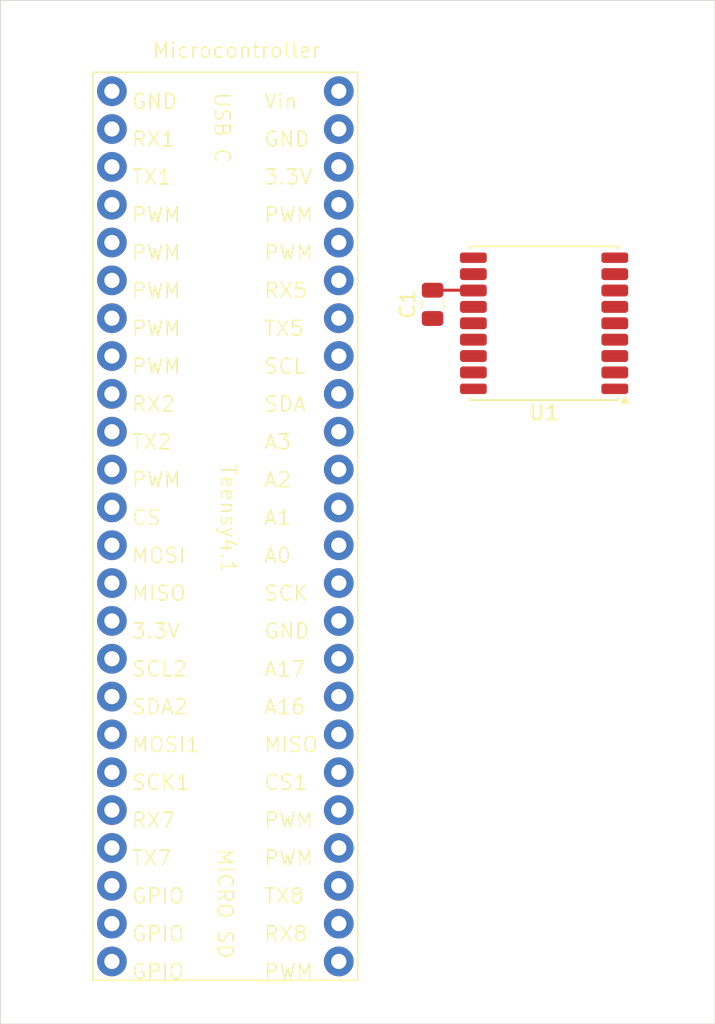
<source format=kicad_pcb>
(kicad_pcb (version 20241229) (generator "pcbnew") (generator_version "9.0")
  (layers (0 "F.Cu" signal) (2 "B.Cu" signal) (13 "F.Paste" user) (15 "B.Paste" user) (5 "F.SilkS" user "F.Silkscreen") (7 "B.SilkS" user "B.Silkscreen") (1 "F.Mask" user) (3 "B.Mask" user) (25 "Edge.Cuts" user))
  (net 0 "")
  (net 1 "+3.3V")
  (net 2 "GND")
  (net 22 "SCL")
  (net 39 "SDA")
  (net 48 "Net-(AE1-A)")
  (footprint "RF_GPS:ublox_MAX" (layer "F.Cu") (at 141.554 90.637 180)
    (property "Reference" "U1" (at 0 -6 0) (layer "F.SilkS"))
    (property "Value" "MAX-M10S")
    (fp_line (start 4.96 5.01) (end 4.96 5.16) (stroke (width 0.12)) (layer "F.SilkS"))
    (fp_line (start 4.96 -5.16) (end 4.96 -5.01) (stroke (width 0.12)) (layer "F.SilkS"))
    (fp_line (start -4.96 5.16) (end 4.96 5.16) (stroke (width 0.12)) (layer "F.SilkS"))
    (fp_line (start -4.96 5.01) (end -4.96 5.16) (stroke (width 0.12)) (layer "F.SilkS"))
    (fp_line (start -4.96 -5.16) (end 4.96 -5.16) (stroke (width 0.12)) (layer "F.SilkS"))
    (fp_line (start -4.96 -5.16) (end -4.96 -5.01) (stroke (width 0.12)) (layer "F.SilkS"))
    (fp_poly (pts (xy -5.43 -5.01) (xy -5.67 -5.34) (xy -5.19 -5.34) (xy -5.43 -5.01)) (stroke (width 0.12)) (fill yes) (layer "F.SilkS"))
    (pad "1" smd roundrect (at -4.75 -4.4 180) (size 1.8 0.7) (layers "F.Cu" "F.Mask" "F.Paste") (net 2 "GND"))
    (pad "2" smd roundrect (at -4.75 -3.3 180) (size 1.8 0.8) (layers "F.Cu" "F.Mask" "F.Paste"))
    (pad "3" smd roundrect (at -4.75 -2.2 180) (size 1.8 0.8) (layers "F.Cu" "F.Mask" "F.Paste"))
    (pad "4" smd roundrect (at -4.75 -1.1 180) (size 1.8 0.8) (layers "F.Cu" "F.Mask" "F.Paste"))
    (pad "5" smd roundrect (at -4.75 0 180) (size 1.8 0.8) (layers "F.Cu" "F.Mask" "F.Paste"))
    (pad "6" smd roundrect (at -4.75 1.1 180) (size 1.8 0.8) (layers "F.Cu" "F.Mask" "F.Paste"))
    (pad "7" smd roundrect (at -4.75 2.2 180) (size 1.8 0.8) (layers "F.Cu" "F.Mask" "F.Paste") (net 1 "+3.3V"))
    (pad "8" smd roundrect (at -4.75 3.3 180) (size 1.8 0.8) (layers "F.Cu" "F.Mask" "F.Paste") (net 1 "+3.3V"))
    (pad "9" smd roundrect (at -4.75 4.4 180) (size 1.8 0.7) (layers "F.Cu" "F.Mask" "F.Paste"))
    (pad "10" smd roundrect (at 4.75 4.4 180) (size 1.8 0.7) (layers "F.Cu" "F.Mask" "F.Paste") (net 2 "GND"))
    (pad "11" smd roundrect (at 4.75 3.3 180) (size 1.8 0.8) (layers "F.Cu" "F.Mask" "F.Paste") (net 48 "Net-(AE1-A)"))
    (pad "12" smd roundrect (at 4.75 2.2 180) (size 1.8 0.8) (layers "F.Cu" "F.Mask" "F.Paste") (net 2 "GND"))
    (pad "13" smd roundrect (at 4.75 1.1 180) (size 1.8 0.8) (layers "F.Cu" "F.Mask" "F.Paste"))
    (pad "14" smd roundrect (at 4.75 0 180) (size 1.8 0.8) (layers "F.Cu" "F.Mask" "F.Paste"))
    (pad "15" smd roundrect (at 4.75 -1.1 180) (size 1.8 0.8) (layers "F.Cu" "F.Mask" "F.Paste"))
    (pad "16" smd roundrect (at 4.75 -2.2 180) (size 1.8 0.8) (layers "F.Cu" "F.Mask" "F.Paste") (net 39 "SDA"))
    (pad "17" smd roundrect (at 4.75 -3.3 180) (size 1.8 0.8) (layers "F.Cu" "F.Mask" "F.Paste") (net 22 "SCL"))
    (pad "18" smd roundrect (at 4.75 -4.4 180) (size 1.8 0.7) (layers "F.Cu" "F.Mask" "F.Paste"))
  )
  (footprint "my_footprint_library:teensy" (layer "F.Cu") (at 120.142 104.267)
    (property "Reference" "Teensy4.1" (at 0.2 -0.5 270) (layer "F.SilkS") (effects (font (thickness 0.1))))
    (property "Value" "~")
    (fp_line (start -8.89 -1.27) (end -8.89 -30.48) (stroke (width 0.1)) (layer "F.SilkS"))
    (fp_line (start -8.89 -1.27) (end -8.89 0) (stroke (width 0.1)) (layer "F.SilkS"))
    (fp_line (start -8.89 0) (end -8.89 30.48) (stroke (width 0.1)) (layer "F.SilkS"))
    (fp_line (start -8.89 30.48) (end 8.89 30.48) (stroke (width 0.1)) (layer "F.SilkS"))
    (fp_line (start 8.89 -30.48) (end -8.89 -30.48) (stroke (width 0.1)) (layer "F.SilkS"))
    (fp_line (start 8.89 -30.48) (end 8.89 -2.54) (stroke (width 0.1)) (layer "F.SilkS"))
    (fp_line (start 8.89 30.48) (end 8.89 -2.54) (stroke (width 0.1)) (layer "F.SilkS"))
    (fp_text user "GND" (at 2.54 7.62 0) (layer "F.SilkS") (effects (font (thickness 0.1)) (justify left bottom)))
    (fp_text user "A1" (at 2.54 0 0) (layer "F.SilkS") (effects (font (thickness 0.1)) (justify left bottom)))
    (fp_text user "A0" (at 2.54 2.54 0) (layer "F.SilkS") (effects (font (thickness 0.1)) (justify left bottom)))
    (fp_text user "A2" (at 2.54 -2.54 0) (layer "F.SilkS") (effects (font (thickness 0.1)) (justify left bottom)))
    (fp_text user "SCK1" (at -6.35 17.78 0) (layer "F.SilkS") (effects (font (thickness 0.1)) (justify left bottom)))
    (fp_text user "PWM" (at -6.35 -2.54 0) (layer "F.SilkS") (effects (font (thickness 0.1)) (justify left bottom)))
    (fp_text user "RX8" (at 2.54 27.94 0) (layer "F.SilkS") (effects (font (thickness 0.1)) (justify left bottom)))
    (fp_text user "GPIO" (at -6.35 27.94 0) (layer "F.SilkS") (effects (font (thickness 0.1)) (justify left bottom)))
    (fp_text user "PWM" (at 2.54 -20.32 0) (layer "F.SilkS") (effects (font (thickness 0.1)) (justify left bottom)))
    (fp_text user "SCL" (at 2.54 -10.16 0) (layer "F.SilkS") (effects (font (thickness 0.1)) (justify left bottom)))
    (fp_text user "MISO" (at 2.54 15.24 0) (layer "F.SilkS") (effects (font (thickness 0.1)) (justify left bottom)))
    (fp_text user "TX2" (at -6.35 -5.08 0) (layer "F.SilkS") (effects (font (thickness 0.1)) (justify left bottom)))
    (fp_text user "A17" (at 2.54 10.16 0) (layer "F.SilkS") (effects (font (thickness 0.1)) (justify left bottom)))
    (fp_text user "MISO" (at -6.35 5.08 0) (layer "F.SilkS") (effects (font (thickness 0.1)) (justify left bottom)))
    (fp_text user "PWM" (at 2.54 30.48 0) (layer "F.SilkS") (effects (font (thickness 0.1)) (justify left bottom)))
    (fp_text user "PWM" (at -6.35 -10.16 0) (layer "F.SilkS") (effects (font (thickness 0.1)) (justify left bottom)))
    (fp_text user "MOSI" (at -6.35 2.54 0) (layer "F.SilkS") (effects (font (thickness 0.1)) (justify left bottom)))
    (fp_text user "TX5" (at 2.54 -12.7 0) (layer "F.SilkS") (effects (font (thickness 0.1)) (justify left bottom)))
    (fp_text user "PWM" (at 2.54 22.86 0) (layer "F.SilkS") (effects (font (thickness 0.1)) (justify left bottom)))
    (fp_text user "GPIO" (at -6.35 30.48 0) (layer "F.SilkS") (effects (font (thickness 0.1)) (justify left bottom)))
    (fp_text user "PWM" (at 2.54 -17.78 0) (layer "F.SilkS") (effects (font (thickness 0.1)) (justify left bottom)))
    (fp_text user "TX8" (at 2.54 25.4 0) (layer "F.SilkS") (effects (font (thickness 0.1)) (justify left bottom)))
    (fp_text user "RX2" (at -6.35 -7.62 0) (layer "F.SilkS") (effects (font (thickness 0.1)) (justify left bottom)))
    (fp_text user "SDA" (at 2.54 -7.62 0) (layer "F.SilkS") (effects (font (thickness 0.1)) (justify left bottom)))
    (fp_text user "PWM" (at -6.35 -12.7 0) (layer "F.SilkS") (effects (font (thickness 0.1)) (justify left bottom)))
    (fp_text user "USB C" (at -0.8 -29.2 270) (layer "F.SilkS") (effects (font (thickness 0.1)) (justify left bottom)))
    (fp_text user "TX1" (at -6.35 -22.86 0) (layer "F.SilkS") (effects (font (thickness 0.1)) (justify left bottom)))
    (fp_text user "RX1" (at -6.35 -25.4 0) (layer "F.SilkS") (effects (font (thickness 0.1)) (justify left bottom)))
    (fp_text user "MICRO SD" (at -0.6 21.59 270) (layer "F.SilkS") (effects (font (thickness 0.1)) (justify left bottom)))
    (fp_text user "CS" (at -6.35 0 0) (layer "F.SilkS") (effects (font (thickness 0.1)) (justify left bottom)))
    (fp_text user "PWM" (at -6.35 -15.24 0) (layer "F.SilkS") (effects (font (thickness 0.1)) (justify left bottom)))
    (fp_text user "PWM" (at -6.35 -17.78 0) (layer "F.SilkS") (effects (font (thickness 0.1)) (justify left bottom)))
    (fp_text user "3.3V" (at -6.35 7.62 0) (layer "F.SilkS") (effects (font (thickness 0.1)) (justify left bottom)))
    (fp_text user "CS1" (at 2.54 17.78 0) (layer "F.SilkS") (effects (font (thickness 0.1)) (justify left bottom)))
    (fp_text user "SCK" (at 2.54 5.08 0) (layer "F.SilkS") (effects (font (thickness 0.1)) (justify left bottom)))
    (fp_text user "TX7" (at -6.35 22.86 0) (layer "F.SilkS") (effects (font (thickness 0.1)) (justify left bottom)))
    (fp_text user "A3" (at 2.54 -5.08 0) (layer "F.SilkS") (effects (font (thickness 0.1)) (justify left bottom)))
    (fp_text user "SCL2" (at -6.35 10.16 0) (layer "F.SilkS") (effects (font (thickness 0.1)) (justify left bottom)))
    (fp_text user "3.3V" (at 2.54 -22.86 0) (layer "F.SilkS") (effects (font (thickness 0.1)) (justify left bottom)))
    (fp_text user "MOSI1" (at -6.35 15.24 0) (layer "F.SilkS") (effects (font (thickness 0.1)) (justify left bottom)))
    (fp_text user "RX7" (at -6.35 20.32 0) (layer "F.SilkS") (effects (font (thickness 0.1)) (justify left bottom)))
    (fp_text user "GPIO" (at -6.35 25.4 0) (layer "F.SilkS") (effects (font (thickness 0.1)) (justify left bottom)))
    (fp_text user "PWM" (at 2.54 20.32 0) (layer "F.SilkS") (effects (font (thickness 0.1)) (justify left bottom)))
    (fp_text user "A16" (at 2.54 12.7 0) (layer "F.SilkS") (effects (font (thickness 0.1)) (justify left bottom)))
    (fp_text user "GND" (at 2.54 -25.4 0) (layer "F.SilkS") (effects (font (thickness 0.1)) (justify left bottom)))
    (fp_text user "RX5" (at 2.54 -15.24 0) (layer "F.SilkS") (effects (font (thickness 0.1)) (justify left bottom)))
    (fp_text user "PWM" (at -6.35 -20.32 0) (layer "F.SilkS") (effects (font (thickness 0.1)) (justify left bottom)))
    (fp_text user "GND" (at -6.35 -27.94 0) (layer "F.SilkS") (effects (font (thickness 0.1)) (justify left bottom)))
    (fp_text user "SDA2" (at -6.35 12.7 0) (layer "F.SilkS") (effects (font (thickness 0.1)) (justify left bottom)))
    (fp_text user "Vin" (at 2.54 -27.94 0) (layer "F.SilkS") (effects (font (thickness 0.1)) (justify left bottom)))
    (pad "0" thru_hole circle (at -7.62 -26.67) (size 2 2) (drill 1.02) (layers "*.Cu" "*.Mask"))
    (pad "1" thru_hole circle (at -7.62 -24.13) (size 2 2) (drill 1.02) (layers "*.Cu" "*.Mask"))
    (pad "2" thru_hole circle (at -7.62 -21.59) (size 2 2) (drill 1.02) (layers "*.Cu" "*.Mask"))
    (pad "3" thru_hole circle (at -7.62 -19.05) (size 2 2) (drill 1.02) (layers "*.Cu" "*.Mask"))
    (pad "3V" thru_hole circle (at -7.62 6.35) (size 2 2) (drill 1.02) (layers "*.Cu" "*.Mask"))
    (pad "3V1" thru_hole circle (at 7.62 -24.13) (size 2 2) (drill 1.02) (layers "*.Cu" "*.Mask") (net 1 "+3.3V"))
    (pad "4" thru_hole circle (at -7.62 -16.51) (size 2 2) (drill 1.02) (layers "*.Cu" "*.Mask"))
    (pad "5" thru_hole circle (at -7.62 -13.97) (size 2 2) (drill 1.02) (layers "*.Cu" "*.Mask"))
    (pad "5V" thru_hole circle (at 7.62 -29.21) (size 2 2) (drill 1.02) (layers "*.Cu" "*.Mask") (net 1 "+3.3V"))
    (pad "6" thru_hole circle (at -7.62 -11.43) (size 2 2) (drill 1.02) (layers "*.Cu" "*.Mask"))
    (pad "7" thru_hole circle (at -7.62 -8.89) (size 2 2) (drill 1.02) (layers "*.Cu" "*.Mask"))
    (pad "8" thru_hole circle (at -7.62 -6.35) (size 2 2) (drill 1.02) (layers "*.Cu" "*.Mask"))
    (pad "9" thru_hole circle (at -7.62 -3.81) (size 2 2) (drill 1.02) (layers "*.Cu" "*.Mask"))
    (pad "10" thru_hole circle (at -7.62 -1.27) (size 2 2) (drill 1.02) (layers "*.Cu" "*.Mask"))
    (pad "11" thru_hole circle (at -7.62 1.27) (size 2 2) (drill 1.02) (layers "*.Cu" "*.Mask"))
    (pad "12" thru_hole circle (at -7.62 3.81) (size 2 2) (drill 1.02) (layers "*.Cu" "*.Mask"))
    (pad "13" thru_hole circle (at 7.62 3.81) (size 2 2) (drill 1.02) (layers "*.Cu" "*.Mask"))
    (pad "14" thru_hole circle (at 7.62 1.27) (size 2 2) (drill 1.02) (layers "*.Cu" "*.Mask"))
    (pad "15" thru_hole circle (at 7.62 -1.27) (size 2 2) (drill 1.02) (layers "*.Cu" "*.Mask"))
    (pad "16" thru_hole circle (at 7.62 -3.81) (size 2 2) (drill 1.02) (layers "*.Cu" "*.Mask"))
    (pad "17" thru_hole circle (at 7.62 -6.35) (size 2 2) (drill 1.02) (layers "*.Cu" "*.Mask"))
    (pad "18" thru_hole circle (at 7.62 -8.89) (size 2 2) (drill 1.02) (layers "*.Cu" "*.Mask") (net 39 "SDA"))
    (pad "19" thru_hole circle (at 7.62 -11.43) (size 2 2) (drill 1.02) (layers "*.Cu" "*.Mask") (net 22 "SCL"))
    (pad "20" thru_hole circle (at 7.62 -13.97) (size 2 2) (drill 1.02) (layers "*.Cu" "*.Mask"))
    (pad "21" thru_hole circle (at 7.62 -16.51) (size 2 2) (drill 1.02) (layers "*.Cu" "*.Mask"))
    (pad "22" thru_hole circle (at 7.62 -19.05) (size 2 2) (drill 1.02) (layers "*.Cu" "*.Mask"))
    (pad "23" thru_hole circle (at 7.62 -21.59) (size 2 2) (drill 1.02) (layers "*.Cu" "*.Mask"))
    (pad "24" thru_hole circle (at -7.62 8.89) (size 2 2) (drill 1.02) (layers "*.Cu" "*.Mask"))
    (pad "25" thru_hole circle (at -7.62 11.43) (size 2 2) (drill 1.02) (layers "*.Cu" "*.Mask"))
    (pad "26" thru_hole circle (at -7.62 13.97) (size 2 2) (drill 1.02) (layers "*.Cu" "*.Mask"))
    (pad "27" thru_hole circle (at -7.62 16.51) (size 2 2) (drill 1.02) (layers "*.Cu" "*.Mask"))
    (pad "28" thru_hole circle (at -7.62 19.05) (size 2 2) (drill 1.02) (layers "*.Cu" "*.Mask"))
    (pad "29" thru_hole circle (at -7.62 21.59) (size 2 2) (drill 1.02) (layers "*.Cu" "*.Mask"))
    (pad "30" thru_hole circle (at -7.62 24.13) (size 2 2) (drill 1.02) (layers "*.Cu" "*.Mask"))
    (pad "31" thru_hole circle (at -7.62 26.67) (size 2 2) (drill 1.02) (layers "*.Cu" "*.Mask"))
    (pad "32" thru_hole circle (at -7.62 29.21) (size 2 2) (drill 1.02) (layers "*.Cu" "*.Mask"))
    (pad "33" thru_hole circle (at 7.62 29.21) (size 2 2) (drill 1.02) (layers "*.Cu" "*.Mask"))
    (pad "34" thru_hole circle (at 7.62 26.67) (size 2 2) (drill 1.02) (layers "*.Cu" "*.Mask"))
    (pad "35" thru_hole circle (at 7.62 24.13) (size 2 2) (drill 1.02) (layers "*.Cu" "*.Mask"))
    (pad "36" thru_hole circle (at 7.62 21.59) (size 2 2) (drill 1.02) (layers "*.Cu" "*.Mask"))
    (pad "37" thru_hole circle (at 7.62 19.05) (size 2 2) (drill 1.02) (layers "*.Cu" "*.Mask"))
    (pad "38" thru_hole circle (at 7.62 16.51) (size 2 2) (drill 1.02) (layers "*.Cu" "*.Mask"))
    (pad "39" thru_hole circle (at 7.62 13.97) (size 2 2) (drill 1.02) (layers "*.Cu" "*.Mask"))
    (pad "40" thru_hole circle (at 7.62 11.43) (size 2 2) (drill 1.02) (layers "*.Cu" "*.Mask"))
    (pad "41" thru_hole circle (at 7.62 8.89) (size 2 2) (drill 1.02) (layers "*.Cu" "*.Mask"))
    (pad "G" thru_hole circle (at -7.62 -29.21) (size 2 2) (drill 1.02) (layers "*.Cu" "*.Mask") (net 2 "GND"))
    (pad "G1" thru_hole circle (at 7.62 -26.67) (size 2 2) (drill 1.02) (layers "*.Cu" "*.Mask") (net 2 "GND"))
    (pad "G2" thru_hole circle (at 7.62 6.35) (size 2 2) (drill 1.02) (layers "*.Cu" "*.Mask"))
  )
  (footprint "Capacitor_SMD:C_0805_2012Metric" (layer "F.Cu") (at 134.061 89.367 90)
    (property "Reference" "C1" (at 0 -1.68 90) (layer "F.SilkS"))
    (property "Value" "100nF")
    (fp_line (start -0.261252 -0.735) (end 0.261252 -0.735) (stroke (width 0.12)) (layer "F.SilkS"))
    (fp_line (start -0.261252 0.735) (end 0.261252 0.735) (stroke (width 0.12)) (layer "F.SilkS"))
    (pad "1" smd roundrect (at -0.95 0 90) (size 1 1.45) (layers "F.Cu" "F.Mask" "F.Paste") (net 1 "+3.3V"))
    (pad "2" smd roundrect (at 0.95 0 90) (size 1 1.45) (layers "F.Cu" "F.Mask" "F.Paste") (net 2 "GND"))
  )
  (gr_rect (start 105.029 68.961) (end 153.035 137.668) (stroke (width 0.05)) (fill no) (layer "Edge.Cuts"))
  (gr_text "Microcontroller\n" (at 115.189 72.898 0) (layer "F.SilkS") (effects (font (size 1 1) (thickness 0.1)) (justify left bottom)))
  (segment (start 134.061 88.417) (end 136.784 88.417) (width 0.2) (layer "F.Cu") (net 2))
  (segment (start 136.784 88.417) (end 136.804 88.437) (width 0.2) (layer "F.Cu") (net 2))
)
</source>
